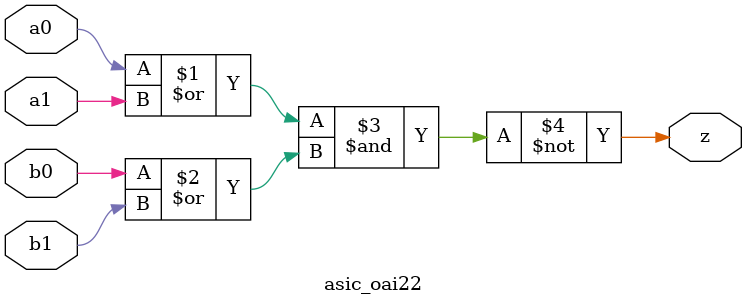
<source format=v>
module asic_oai22(	// file.cleaned.mlir:2:3
  input  a0,	// file.cleaned.mlir:2:28
         a1,	// file.cleaned.mlir:2:41
         b0,	// file.cleaned.mlir:2:54
         b1,	// file.cleaned.mlir:2:67
  output z	// file.cleaned.mlir:2:81
);

  assign z = ~((a0 | a1) & (b0 | b1));	// file.cleaned.mlir:4:10, :5:10, :6:10, :7:10, :8:5
endmodule


</source>
